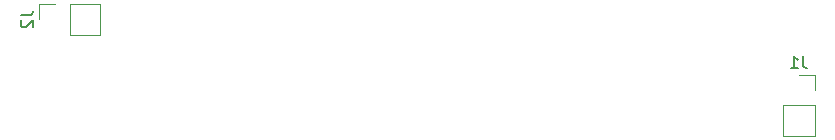
<source format=gbr>
%TF.GenerationSoftware,KiCad,Pcbnew,(5.1.6)-1*%
%TF.CreationDate,2021-04-28T12:53:02+02:00*%
%TF.ProjectId,start_leds_v1,73746172-745f-46c6-9564-735f76312e6b,rev?*%
%TF.SameCoordinates,Original*%
%TF.FileFunction,Legend,Bot*%
%TF.FilePolarity,Positive*%
%FSLAX46Y46*%
G04 Gerber Fmt 4.6, Leading zero omitted, Abs format (unit mm)*
G04 Created by KiCad (PCBNEW (5.1.6)-1) date 2021-04-28 12:53:02*
%MOMM*%
%LPD*%
G01*
G04 APERTURE LIST*
%ADD10C,0.120000*%
%ADD11C,0.150000*%
G04 APERTURE END LIST*
D10*
%TO.C,J2*%
X88670000Y-54670000D02*
X88670000Y-56000000D01*
X90000000Y-54670000D02*
X88670000Y-54670000D01*
X91270000Y-54670000D02*
X91270000Y-57330000D01*
X91270000Y-57330000D02*
X93870000Y-57330000D01*
X91270000Y-54670000D02*
X93870000Y-54670000D01*
X93870000Y-54670000D02*
X93870000Y-57330000D01*
%TO.C,J1*%
X154330000Y-60670000D02*
X153000000Y-60670000D01*
X154330000Y-62000000D02*
X154330000Y-60670000D01*
X154330000Y-63270000D02*
X151670000Y-63270000D01*
X151670000Y-63270000D02*
X151670000Y-65870000D01*
X154330000Y-63270000D02*
X154330000Y-65870000D01*
X154330000Y-65870000D02*
X151670000Y-65870000D01*
%TO.C,J2*%
D11*
X87122380Y-55666666D02*
X87836666Y-55666666D01*
X87979523Y-55619047D01*
X88074761Y-55523809D01*
X88122380Y-55380952D01*
X88122380Y-55285714D01*
X87217619Y-56095238D02*
X87170000Y-56142857D01*
X87122380Y-56238095D01*
X87122380Y-56476190D01*
X87170000Y-56571428D01*
X87217619Y-56619047D01*
X87312857Y-56666666D01*
X87408095Y-56666666D01*
X87550952Y-56619047D01*
X88122380Y-56047619D01*
X88122380Y-56666666D01*
%TO.C,J1*%
X153333333Y-59122380D02*
X153333333Y-59836666D01*
X153380952Y-59979523D01*
X153476190Y-60074761D01*
X153619047Y-60122380D01*
X153714285Y-60122380D01*
X152333333Y-60122380D02*
X152904761Y-60122380D01*
X152619047Y-60122380D02*
X152619047Y-59122380D01*
X152714285Y-59265238D01*
X152809523Y-59360476D01*
X152904761Y-59408095D01*
%TD*%
M02*

</source>
